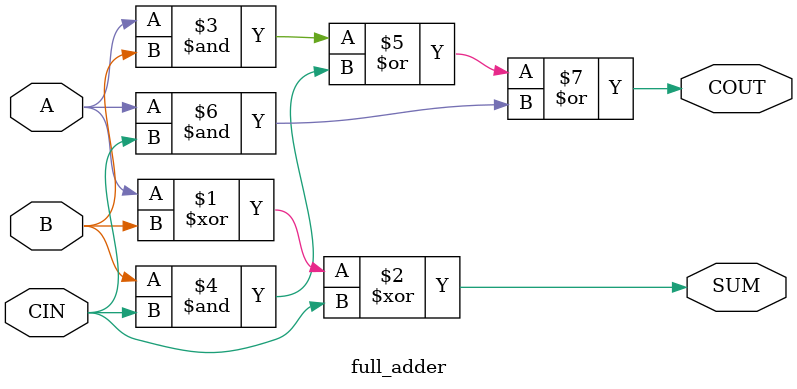
<source format=v>
module full_adder (
    input A,       // First input
    input B,       // Second input
    input CIN,     // Carry input
    output SUM,    // Sum output
    output COUT    // Carry output
);

    // Dataflow modeling for Sum and Carry out
    assign SUM = A ^ B ^ CIN;          // XOR for Sum
    assign COUT = (A & B) | (B & CIN) | (A & CIN); // Carry output logic

endmodule

// The full adder adds three 1-bit inputs: A, B, and CIN (carry-in).
// The output SUM is the sum of the three inputs, while COUT (carry-out) is the carry resulting from the addition.
// The SUM is calculated using the XOR operation between A, B, and CIN (A ^ B ^ CIN).
// The COUT is determined by the equation (A & B) | (B & CIN) | (A & CIN).

</source>
